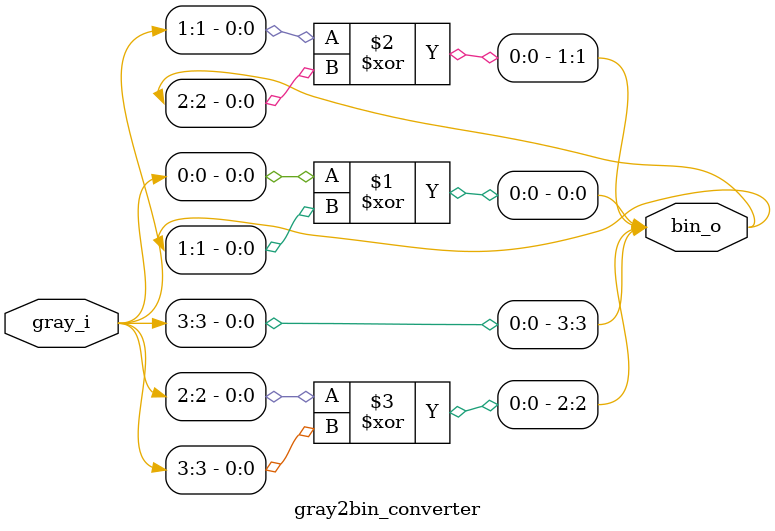
<source format=v>
module gray2bin_converter
#(
    parameter DATA_WIDTH = 4
)
(
    input   [DATA_WIDTH-1:0]    gray_i,
    output  [DATA_WIDTH-1:0]    bin_o
);
    // Internal variable declaration
    genvar idx;

    // Combinational logic
    generate
        for(idx = 0; idx < DATA_WIDTH; idx = idx + 1) begin
            if(idx == DATA_WIDTH - 1) begin
                assign bin_o[idx] = gray_i[idx];
            end
            else begin
                assign bin_o[idx] = gray_i[idx] ^ bin_o[idx+1];
            end
        end
    endgenerate
endmodule

</source>
